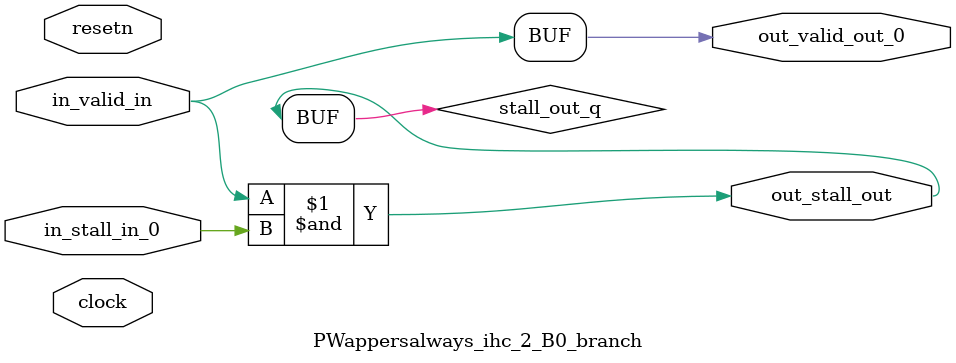
<source format=sv>



(* altera_attribute = "-name AUTO_SHIFT_REGISTER_RECOGNITION OFF; -name MESSAGE_DISABLE 10036; -name MESSAGE_DISABLE 10037; -name MESSAGE_DISABLE 14130; -name MESSAGE_DISABLE 14320; -name MESSAGE_DISABLE 15400; -name MESSAGE_DISABLE 14130; -name MESSAGE_DISABLE 10036; -name MESSAGE_DISABLE 12020; -name MESSAGE_DISABLE 12030; -name MESSAGE_DISABLE 12010; -name MESSAGE_DISABLE 12110; -name MESSAGE_DISABLE 14320; -name MESSAGE_DISABLE 13410; -name MESSAGE_DISABLE 113007; -name MESSAGE_DISABLE 10958" *)
module PWappersalways_ihc_2_B0_branch (
    input wire [0:0] in_stall_in_0,
    input wire [0:0] in_valid_in,
    output wire [0:0] out_stall_out,
    output wire [0:0] out_valid_out_0,
    input wire clock,
    input wire resetn
    );

    wire [0:0] stall_out_q;


    // stall_out(LOGICAL,6)
    assign stall_out_q = in_valid_in & in_stall_in_0;

    // out_stall_out(GPOUT,4)
    assign out_stall_out = stall_out_q;

    // out_valid_out_0(GPOUT,5)
    assign out_valid_out_0 = in_valid_in;

endmodule

</source>
